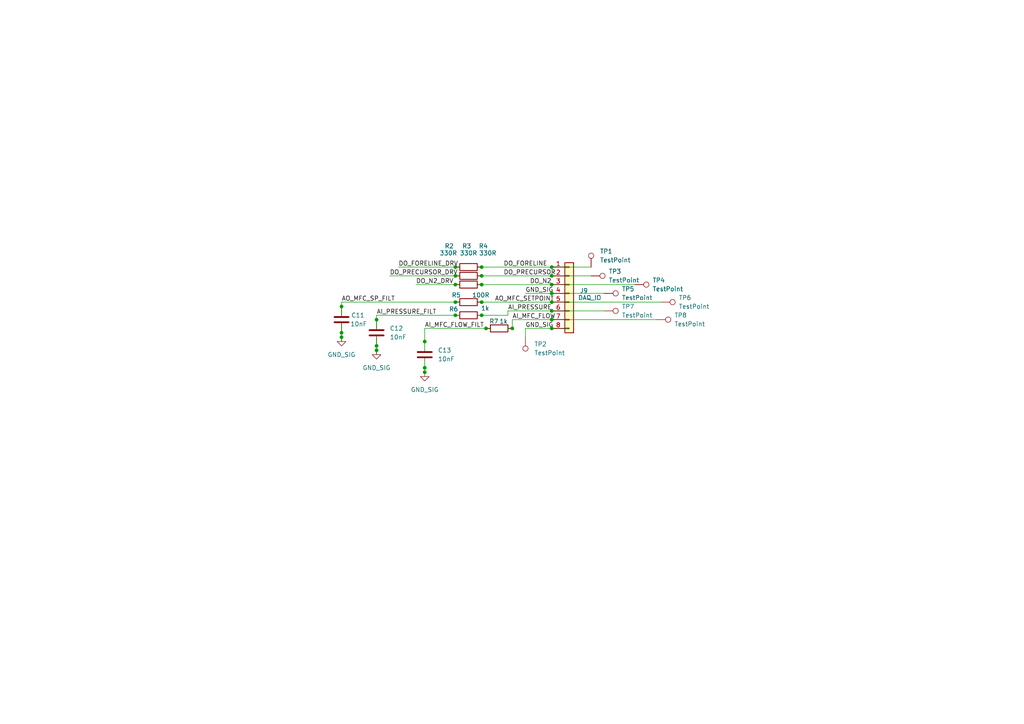
<source format=kicad_sch>
(kicad_sch (version 20250114) (generator "eeschema") (generator_version "9.0")
  (paper "A4")
  (lib_symbols
    (symbol "Connector:TestPoint" (pin_numbers (hide yes)) (pin_names (offset 0.762) (hide yes))
      (property "Reference" "TP" (at 0 6.858 0))
      (property "Value" "TestPoint" (at 0 5.08 0))
      (symbol "TestPoint_0_1"
        (circle (center 0 3.302) (radius 0.762))
      )
      (symbol "TestPoint_1_1"
        (pin passive line (at 0 0 90) (length 2.54) (name "1") (number "1"))
      )
    )
    (symbol "Connector_Generic:Conn_01x08" (pin_names (offset 1.016) (hide yes))
      (property "Reference" "J" (at 0 10.16 0))
      (property "Value" "Conn_01x08" (at 0 -12.7 0))
      (symbol "Conn_01x08_1_1"
        (rectangle (start -1.27 8.89) (end 1.27 -11.43) (stroke (width 0.254)) (fill (type background)))
        (rectangle (start -1.27 7.747) (end 0 7.493) (stroke (width 0.1524)))
        (rectangle (start -1.27 5.207) (end 0 4.953) (stroke (width 0.1524)))
        (rectangle (start -1.27 2.667) (end 0 2.413) (stroke (width 0.1524)))
        (rectangle (start -1.27 0.127) (end 0 -0.127) (stroke (width 0.1524)))
        (rectangle (start -1.27 -2.413) (end 0 -2.667) (stroke (width 0.1524)))
        (rectangle (start -1.27 -4.953) (end 0 -5.207) (stroke (width 0.1524)))
        (rectangle (start -1.27 -7.493) (end 0 -7.747) (stroke (width 0.1524)))
        (rectangle (start -1.27 -10.033) (end 0 -10.287) (stroke (width 0.1524)))
        (pin passive line (at -5.08 7.62 0) (length 3.81) (name "Pin_1") (number "1"))
        (pin passive line (at -5.08 5.08 0) (length 3.81) (name "Pin_2") (number "2"))
        (pin passive line (at -5.08 2.54 0) (length 3.81) (name "Pin_3") (number "3"))
        (pin passive line (at -5.08 0 0) (length 3.81) (name "Pin_4") (number "4"))
        (pin passive line (at -5.08 -2.54 0) (length 3.81) (name "Pin_5") (number "5"))
        (pin passive line (at -5.08 -5.08 0) (length 3.81) (name "Pin_6") (number "6"))
        (pin passive line (at -5.08 -7.62 0) (length 3.81) (name "Pin_7") (number "7"))
        (pin passive line (at -5.08 -10.16 0) (length 3.81) (name "Pin_8") (number "8"))
      )
    )
    (symbol "Device:C" (pin_numbers (hide yes)) (pin_names (offset 0.254))
      (property "Reference" "C" (at 0.635 2.54 0))
      (property "Value" "C" (at 0.635 -2.54 0))
      (symbol "C_0_1"
        (polyline (pts (xy -2.032 0.762) (xy 2.032 0.762)) (stroke (width 0.508)))
        (polyline (pts (xy -2.032 -0.762) (xy 2.032 -0.762)) (stroke (width 0.508)))
      )
      (symbol "C_1_1"
        (pin passive line (at 0 3.81 270) (length 2.794) (name "~") (number "1"))
        (pin passive line (at 0 -3.81 90) (length 2.794) (name "~") (number "2"))
      )
    )
    (symbol "Device:R" (pin_numbers (hide yes)) (pin_names (offset 0))
      (property "Reference" "R" (at 2.032 0 90))
      (property "Value" "R" (at 0 0 90))
      (symbol "R_0_1"
        (rectangle (start -1.016 -2.54) (end 1.016 2.54) (stroke (width 0.254)))
      )
      (symbol "R_1_1"
        (pin passive line (at 0 3.81 270) (length 1.27) (name "~") (number "1"))
        (pin passive line (at 0 -3.81 90) (length 1.27) (name "~") (number "2"))
      )
    )
    (symbol "power:GND" (power) (pin_numbers (hide yes)) (pin_names (offset 0) (hide yes))
      (property "Value" "GND" (at 0 -3.81 0))
      (symbol "GND_0_1"
        (polyline (pts (xy 0 0) (xy 0 -1.27) (xy 1.27 -1.27) (xy 0 -2.54) (xy -1.27 -1.27) (xy 0 -1.27)))
      )
      (symbol "GND_1_1"
        (pin power_in line (at 0 0 270) (length 0) (name "~") (number "1"))
      )
    )
  )
  (junction (at 99.06 96.52))
  (junction (at 132.08 80.01))
  (junction (at 109.22 101.6))
  (junction (at 160.02 85.09))
  (junction (at 160.02 95.25))
  (junction (at 132.08 77.47))
  (junction (at 132.08 82.55))
  (junction (at 160.02 82.55))
  (junction (at 139.7 87.63))
  (junction (at 139.7 82.55))
  (junction (at 160.02 80.01))
  (junction (at 99.06 97.79))
  (junction (at 99.06 88.9))
  (junction (at 132.08 91.44))
  (junction (at 132.08 87.63))
  (junction (at 160.02 92.71))
  (junction (at 123.19 107.95))
  (junction (at 139.7 80.01))
  (junction (at 139.7 77.47))
  (junction (at 139.7 91.44))
  (junction (at 109.22 100.33))
  (junction (at 123.19 99.06))
  (junction (at 160.02 77.47))
  (junction (at 123.19 106.68))
  (junction (at 148.59 95.25))
  (junction (at 160.02 90.17))
  (junction (at 109.22 92.71))
  (junction (at 160.02 87.63))
  (junction (at 140.97 95.25))
  (wire (pts (xy 139.7 91.44) (xy 147.32 91.44)))
  (wire (pts (xy 120.65 82.55) (xy 132.08 82.55)))
  (wire (pts (xy 123.19 95.25) (xy 123.19 99.06)))
  (wire (pts (xy 140.97 95.25) (xy 142.24 95.25)))
  (wire (pts (xy 152.4 95.25) (xy 160.02 95.25)))
  (wire (pts (xy 132.08 82.55) (xy 133.35 82.55)))
  (wire (pts (xy 138.43 80.01) (xy 139.7 80.01)))
  (wire (pts (xy 160.02 87.63) (xy 191.77 87.63)))
  (wire (pts (xy 160.02 80.01) (xy 171.45 80.01)))
  (wire (pts (xy 132.08 91.44) (xy 133.35 91.44)))
  (wire (pts (xy 139.7 87.63) (xy 160.02 87.63)))
  (wire (pts (xy 152.4 95.25) (xy 152.4 97.79)))
  (wire (pts (xy 132.08 80.01) (xy 133.35 80.01)))
  (wire (pts (xy 109.22 91.44) (xy 132.08 91.44)))
  (wire (pts (xy 148.59 92.71) (xy 160.02 92.71)))
  (wire (pts (xy 152.4 85.09) (xy 160.02 85.09)))
  (wire (pts (xy 160.02 90.17) (xy 175.26 90.17)))
  (wire (pts (xy 160.02 77.47) (xy 171.45 77.47)))
  (wire (pts (xy 160.02 92.71) (xy 190.5 92.71)))
  (wire (pts (xy 99.06 88.9) (xy 99.06 91.44)))
  (wire (pts (xy 99.06 97.79) (xy 99.06 99.06)))
  (wire (pts (xy 147.32 91.44) (xy 147.32 90.17)))
  (wire (pts (xy 123.19 95.25) (xy 140.97 95.25)))
  (wire (pts (xy 139.7 80.01) (xy 160.02 80.01)))
  (wire (pts (xy 138.43 77.47) (xy 139.7 77.47)))
  (wire (pts (xy 109.22 91.44) (xy 109.22 92.71)))
  (wire (pts (xy 148.59 92.71) (xy 148.59 95.25)))
  (wire (pts (xy 113.03 80.01) (xy 132.08 80.01)))
  (wire (pts (xy 138.43 82.55) (xy 139.7 82.55)))
  (wire (pts (xy 138.43 87.63) (xy 139.7 87.63)))
  (wire (pts (xy 139.7 77.47) (xy 160.02 77.47)))
  (wire (pts (xy 99.06 87.63) (xy 99.06 88.9)))
  (wire (pts (xy 99.06 93.98) (xy 99.06 96.52)))
  (wire (pts (xy 115.57 77.47) (xy 132.08 77.47)))
  (wire (pts (xy 123.19 107.95) (xy 123.19 109.22)))
  (wire (pts (xy 99.06 96.52) (xy 99.06 97.79)))
  (wire (pts (xy 123.19 99.06) (xy 123.19 101.6)))
  (wire (pts (xy 160.02 85.09) (xy 175.26 85.09)))
  (wire (pts (xy 139.7 82.55) (xy 160.02 82.55)))
  (wire (pts (xy 123.19 104.14) (xy 123.19 106.68)))
  (wire (pts (xy 109.22 101.6) (xy 109.22 102.87)))
  (wire (pts (xy 99.06 87.63) (xy 132.08 87.63)))
  (wire (pts (xy 109.22 97.79) (xy 109.22 100.33)))
  (wire (pts (xy 109.22 92.71) (xy 109.22 95.25)))
  (wire (pts (xy 147.32 90.17) (xy 160.02 90.17)))
  (wire (pts (xy 160.02 95.25) (xy 165.1 95.25)))
  (wire (pts (xy 132.08 87.63) (xy 133.35 87.63)))
  (wire (pts (xy 123.19 106.68) (xy 123.19 107.95)))
  (wire (pts (xy 132.08 77.47) (xy 133.35 77.47)))
  (wire (pts (xy 160.02 82.55) (xy 184.15 82.55)))
  (wire (pts (xy 109.22 100.33) (xy 109.22 101.6)))
  (wire (pts (xy 147.32 95.25) (xy 148.59 95.25)))
  (wire (pts (xy 138.43 91.44) (xy 139.7 91.44)))
  (label "AO_MFC_SP_FILT" (at 99.06 87.63 0))
  (label "AI_PRESSURE_FILT" (at 109.22 91.44 0))
  (label "AO_MFC_SETPOINT" (at 143.51 87.63 0))
  (label "DO_N2_DRV" (at 120.65 82.55 0))
  (label "GND_SIG" (at 152.4 85.09 0))
  (label "DO_N2" (at 153.67 82.55 0))
  (label "AI_MFC_FLOW_FILT" (at 123.19 95.25 0))
  (label "AI_MFC_FLOW" (at 148.59 92.71 0))
  (label "GND_SIG" (at 152.4 95.25 0))
  (label "DO_PRECURSOR" (at 146.05 80.01 0))
  (label "DO_FORELINE_DRV" (at 115.57 77.47 0))
  (label "AI_PRESSURE" (at 147.32 90.17 0))
  (label "DO_PRECURSOR_DRV" (at 113.03 80.01 0))
  (label "DO_FORELINE" (at 146.05 77.47 0))
  (symbol (lib_id "Device:R") (at 144.78 95.25 90) (unit 1)
    (property "Reference" "R7" (at 143.256 93.218 90))
    (property "Value" "1k" (at 146.05 93.218 90))
    (property "Footprint" "Resistor_SMD:R_0805_2012Metric_Pad1.20x1.40mm_HandSolder" (effects (hide yes)))
    (property "Description" "Resistor" (effects (hide yes)))
  )
  (symbol (lib_id "Connector:TestPoint") (at 175.26 85.09 270) (unit 1)
    (property "Reference" "TP5" (at 180.34 83.8199 90) (effects (justify left)))
    (property "Value" "TestPoint" (at 180.34 86.3599 90) (effects (justify left)))
    (property "Footprint" "TestPoint:TestPoint_Loop_D2.50mm_Drill1.0mm" (effects (hide yes)))
    (property "Description" "test point" (effects (hide yes)))
  )
  (symbol (lib_id "Device:R") (at 135.89 80.01 90) (unit 1)
    (property "Reference" "R3" (at 135.382 71.374 90))
    (property "Value" "330R" (at 135.89 73.406 90))
    (property "Footprint" "Resistor_SMD:R_0805_2012Metric_Pad1.20x1.40mm_HandSolder" (effects (hide yes)))
    (property "Description" "Resistor" (effects (hide yes)))
  )
  (symbol (lib_id "Connector:TestPoint") (at 184.15 82.55 270) (unit 1)
    (property "Reference" "TP4" (at 189.23 81.2799 90) (effects (justify left)))
    (property "Value" "TestPoint" (at 189.23 83.8199 90) (effects (justify left)))
    (property "Footprint" "TestPoint:TestPoint_Loop_D2.50mm_Drill1.0mm" (effects (hide yes)))
    (property "Description" "test point" (effects (hide yes)))
  )
  (symbol (lib_id "power:GND") (at 99.06 97.79 0) (unit 1)
    (property "Reference" "#PWR025" (effects (hide yes)))
    (property "Value" "GND_SIG" (at 99.06 102.87 0))
    (property "Description" "Power symbol creates a global label with name \"GND\" , ground" (effects (hide yes)))
  )
  (symbol (lib_id "Device:C") (at 109.22 96.52 0) (unit 1)
    (property "Reference" "C12" (at 113.03 95.2499 0) (effects (justify left)))
    (property "Value" "10nF" (at 113.03 97.7899 0) (effects (justify left)))
    (property "Footprint" "Capacitor_SMD:C_0805_2012Metric_Pad1.18x1.45mm_HandSolder" (effects (hide yes)))
    (property "Description" "Unpolarized capacitor" (effects (hide yes)))
  )
  (symbol (lib_id "Connector:TestPoint") (at 191.77 87.63 270) (unit 1)
    (property "Reference" "TP6" (at 196.85 86.3599 90) (effects (justify left)))
    (property "Value" "TestPoint" (at 196.85 88.8999 90) (effects (justify left)))
    (property "Footprint" "TestPoint:TestPoint_Loop_D2.50mm_Drill1.0mm" (effects (hide yes)))
    (property "Description" "test point" (effects (hide yes)))
  )
  (symbol (lib_id "Connector:TestPoint") (at 190.5 92.71 270) (unit 1)
    (property "Reference" "TP8" (at 195.58 91.4399 90) (effects (justify left)))
    (property "Value" "TestPoint" (at 195.58 93.9799 90) (effects (justify left)))
    (property "Footprint" "TestPoint:TestPoint_Loop_D2.50mm_Drill1.0mm" (effects (hide yes)))
    (property "Description" "test point" (effects (hide yes)))
  )
  (symbol (lib_id "Device:R") (at 135.89 82.55 90) (unit 1)
    (property "Reference" "R4" (at 140.208 71.374 90))
    (property "Value" "330R" (at 141.478 73.406 90))
    (property "Footprint" "Resistor_SMD:R_0805_2012Metric_Pad1.20x1.40mm_HandSolder" (effects (hide yes)))
    (property "Description" "Resistor" (effects (hide yes)))
  )
  (symbol (lib_id "Connector:TestPoint") (at 171.45 80.01 270) (unit 1)
    (property "Reference" "TP3" (at 176.53 78.7399 90) (effects (justify left)))
    (property "Value" "TestPoint" (at 176.53 81.2799 90) (effects (justify left)))
    (property "Footprint" "TestPoint:TestPoint_Loop_D2.50mm_Drill1.0mm" (effects (hide yes)))
    (property "Description" "test point" (effects (hide yes)))
  )
  (symbol (lib_id "Connector_Generic:Conn_01x08") (at 165.1 85.09 0) (unit 1)
    (property "Reference" "J9" (at 168.148 84.328 0) (effects (justify left)))
    (property "Value" "DAQ_IO" (at 167.64 86.3599 0) (effects (justify left)))
    (property "Footprint" "Connector_PinHeader_2.54mm:PinHeader_1x08_P2.54mm_Vertical" (effects (hide yes)))
    (property "Description" "Generic connector, single row, 01x08, script generated (kicad-library-utils/schlib/autogen/connector/)" (effects (hide yes)))
  )
  (symbol (lib_id "Device:C") (at 99.06 92.71 0) (unit 1)
    (property "Reference" "C11" (at 101.854 91.44 0) (effects (justify left)))
    (property "Value" "10nF" (at 101.6 93.98 0) (effects (justify left)))
    (property "Footprint" "Capacitor_SMD:C_0805_2012Metric_Pad1.18x1.45mm_HandSolder" (effects (hide yes)))
    (property "Description" "Unpolarized capacitor" (effects (hide yes)))
  )
  (symbol (lib_id "power:GND") (at 123.19 107.95 0) (unit 1)
    (property "Reference" "#PWR027" (effects (hide yes)))
    (property "Value" "GND_SIG" (at 123.19 113.03 0))
    (property "Description" "Power symbol creates a global label with name \"GND\" , ground" (effects (hide yes)))
  )
  (symbol (lib_id "Device:R") (at 135.89 87.63 90) (unit 1)
    (property "Reference" "R5" (at 132.334 85.598 90))
    (property "Value" "100R" (at 139.446 85.598 90))
    (property "Footprint" "Resistor_SMD:R_0805_2012Metric_Pad1.20x1.40mm_HandSolder" (effects (hide yes)))
    (property "Description" "Resistor" (effects (hide yes)))
  )
  (symbol (lib_id "Connector:TestPoint") (at 171.45 77.47 0) (unit 1)
    (property "Reference" "TP1" (at 173.99 72.8979 0) (effects (justify left)))
    (property "Value" "TestPoint" (at 173.99 75.4379 0) (effects (justify left)))
    (property "Footprint" "TestPoint:TestPoint_Loop_D2.50mm_Drill1.0mm" (effects (hide yes)))
    (property "Description" "test point" (effects (hide yes)))
  )
  (symbol (lib_id "Device:C") (at 123.19 102.87 0) (unit 1)
    (property "Reference" "C13" (at 127 101.5999 0) (effects (justify left)))
    (property "Value" "10nF" (at 127 104.1399 0) (effects (justify left)))
    (property "Footprint" "Capacitor_SMD:C_0805_2012Metric_Pad1.18x1.45mm_HandSolder" (effects (hide yes)))
    (property "Description" "Unpolarized capacitor" (effects (hide yes)))
  )
  (symbol (lib_id "Device:R") (at 135.89 77.47 90) (unit 1)
    (property "Reference" "R2" (at 130.302 71.374 90))
    (property "Value" "330R" (at 130.048 73.406 90))
    (property "Footprint" "Resistor_SMD:R_0805_2012Metric_Pad1.20x1.40mm_HandSolder" (effects (hide yes)))
    (property "Description" "Resistor" (effects (hide yes)))
  )
  (symbol (lib_id "power:GND") (at 109.22 101.6 0) (unit 1)
    (property "Reference" "#PWR026" (effects (hide yes)))
    (property "Value" "GND_SIG" (at 109.22 106.68 0))
    (property "Description" "Power symbol creates a global label with name \"GND\" , ground" (effects (hide yes)))
  )
  (symbol (lib_id "Device:R") (at 135.89 91.44 90) (unit 1)
    (property "Reference" "R6" (at 131.572 89.662 90))
    (property "Value" "1k" (at 140.716 89.408 90))
    (property "Footprint" "Resistor_SMD:R_0805_2012Metric_Pad1.20x1.40mm_HandSolder" (effects (hide yes)))
    (property "Description" "Resistor" (effects (hide yes)))
  )
  (symbol (lib_id "Connector:TestPoint") (at 175.26 90.17 270) (unit 1)
    (property "Reference" "TP7" (at 180.34 88.8999 90) (effects (justify left)))
    (property "Value" "TestPoint" (at 180.34 91.4399 90) (effects (justify left)))
    (property "Footprint" "TestPoint:TestPoint_Loop_D2.50mm_Drill1.0mm" (effects (hide yes)))
    (property "Description" "test point" (effects (hide yes)))
  )
  (symbol (lib_id "Connector:TestPoint") (at 152.4 97.79 180) (unit 1)
    (property "Reference" "TP2" (at 154.94 99.8219 0) (effects (justify right)))
    (property "Value" "TestPoint" (at 154.94 102.3619 0) (effects (justify right)))
    (property "Footprint" "TestPoint:TestPoint_Loop_D2.50mm_Drill1.0mm" (effects (hide yes)))
    (property "Description" "test point" (effects (hide yes)))
  )
)
</source>
